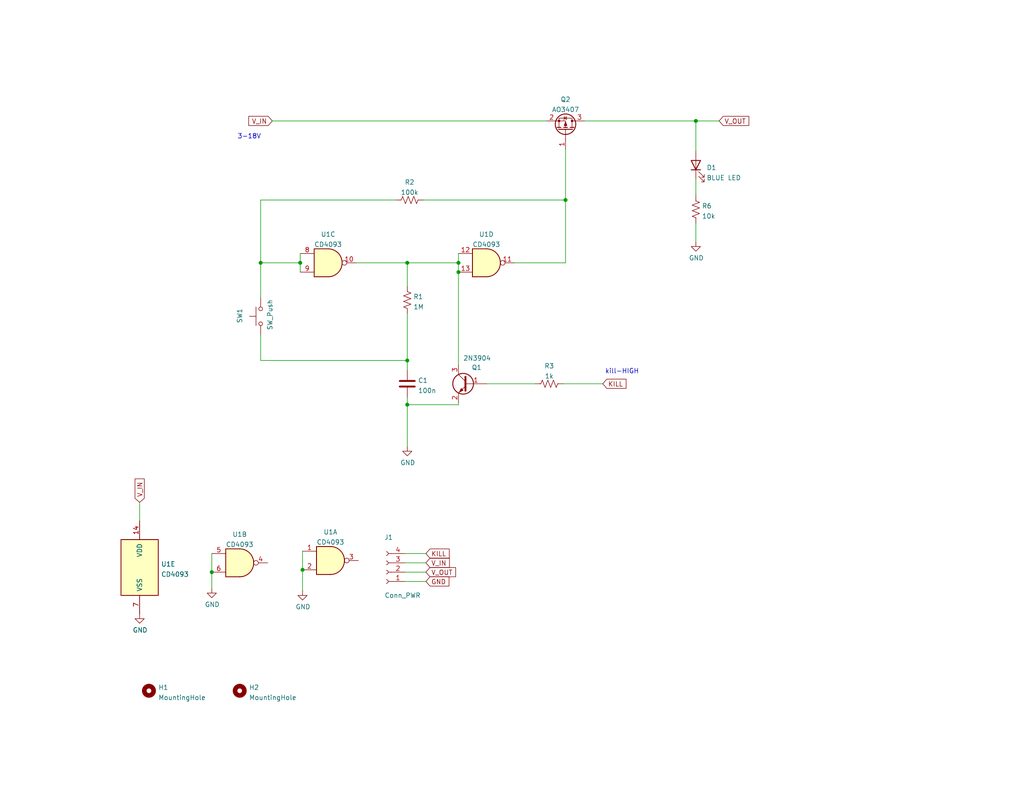
<source format=kicad_sch>
(kicad_sch (version 20211123) (generator eeschema)
  (paper "USLetter")
  (title_block (rev "1") (comment 1 "Designed for OSH Park 2 Layer Prototype"))
  (lib_symbols
    (symbol "4xxx:4011" (pin_names (offset 1.016))
      (property "Reference" "U" (at 0 1.27 0))
      (property "Value" "4011" (at 0 -1.27 0))
      (symbol "4011_1_1"
        (arc (start 0 -3.81) (mid 3.81 0) (end 0 3.81) (stroke (width 0.254)) (fill (type background)))
        (polyline (pts (xy 0 3.81) (xy -3.81 3.81) (xy -3.81 -3.81) (xy 0 -3.81)) (stroke (width 0.254)) (fill (type background)))
        (pin input line (at -7.62 2.54 0) (length 3.81) (name "~") (number "1"))
        (pin input line (at -7.62 -2.54 0) (length 3.81) (name "~") (number "2"))
        (pin output inverted (at 7.62 0 180) (length 3.81) (name "~") (number "3"))
      )
      (symbol "4011_1_2"
        (arc (start -3.81 -3.81) (mid -2.589 0) (end -3.81 3.81) (stroke (width 0.254)))
        (arc (start -0.6096 -3.81) (mid 2.1855 -2.584) (end 3.81 0) (stroke (width 0.254)) (fill (type background)))
        (polyline (pts (xy -3.81 -3.81) (xy -0.635 -3.81)) (stroke (width 0.254)) (fill (type background)))
        (polyline (pts (xy -3.81 3.81) (xy -0.635 3.81)) (stroke (width 0.254)) (fill (type background)))
        (polyline (pts (xy -0.635 3.81) (xy -3.81 3.81) (xy -3.81 3.81) (xy -3.556 3.4036) (xy -3.0226 2.2606) (xy -2.6924 1.0414) (xy -2.6162 -0.254) (xy -2.7686 -1.4986) (xy -3.175 -2.7178) (xy -3.81 -3.81) (xy -3.81 -3.81) (xy -0.635 -3.81)) (stroke (width -25.4)) (fill (type background)))
        (arc (start 3.81 0) (mid 2.1928 2.5925) (end -0.6096 3.81) (stroke (width 0.254)) (fill (type background)))
        (pin input inverted (at -7.62 2.54 0) (length 4.318) (name "~") (number "1"))
        (pin input inverted (at -7.62 -2.54 0) (length 4.318) (name "~") (number "2"))
        (pin output line (at 7.62 0 180) (length 3.81) (name "~") (number "3"))
      )
      (symbol "4011_2_1"
        (arc (start 0 -3.81) (mid 3.81 0) (end 0 3.81) (stroke (width 0.254)) (fill (type background)))
        (polyline (pts (xy 0 3.81) (xy -3.81 3.81) (xy -3.81 -3.81) (xy 0 -3.81)) (stroke (width 0.254)) (fill (type background)))
        (pin output inverted (at 7.62 0 180) (length 3.81) (name "~") (number "4"))
        (pin input line (at -7.62 2.54 0) (length 3.81) (name "~") (number "5"))
        (pin input line (at -7.62 -2.54 0) (length 3.81) (name "~") (number "6"))
      )
      (symbol "4011_2_2"
        (arc (start -3.81 -3.81) (mid -2.589 0) (end -3.81 3.81) (stroke (width 0.254)))
        (arc (start -0.6096 -3.81) (mid 2.1855 -2.584) (end 3.81 0) (stroke (width 0.254)) (fill (type background)))
        (polyline (pts (xy -3.81 -3.81) (xy -0.635 -3.81)) (stroke (width 0.254)) (fill (type background)))
        (polyline (pts (xy -3.81 3.81) (xy -0.635 3.81)) (stroke (width 0.254)) (fill (type background)))
        (polyline (pts (xy -0.635 3.81) (xy -3.81 3.81) (xy -3.81 3.81) (xy -3.556 3.4036) (xy -3.0226 2.2606) (xy -2.6924 1.0414) (xy -2.6162 -0.254) (xy -2.7686 -1.4986) (xy -3.175 -2.7178) (xy -3.81 -3.81) (xy -3.81 -3.81) (xy -0.635 -3.81)) (stroke (width -25.4)) (fill (type background)))
        (arc (start 3.81 0) (mid 2.1928 2.5925) (end -0.6096 3.81) (stroke (width 0.254)) (fill (type background)))
        (pin output line (at 7.62 0 180) (length 3.81) (name "~") (number "4"))
        (pin input inverted (at -7.62 2.54 0) (length 4.318) (name "~") (number "5"))
        (pin input inverted (at -7.62 -2.54 0) (length 4.318) (name "~") (number "6"))
      )
      (symbol "4011_3_1"
        (arc (start 0 -3.81) (mid 3.81 0) (end 0 3.81) (stroke (width 0.254)) (fill (type background)))
        (polyline (pts (xy 0 3.81) (xy -3.81 3.81) (xy -3.81 -3.81) (xy 0 -3.81)) (stroke (width 0.254)) (fill (type background)))
        (pin output inverted (at 7.62 0 180) (length 3.81) (name "~") (number "10"))
        (pin input line (at -7.62 2.54 0) (length 3.81) (name "~") (number "8"))
        (pin input line (at -7.62 -2.54 0) (length 3.81) (name "~") (number "9"))
      )
      (symbol "4011_3_2"
        (arc (start -3.81 -3.81) (mid -2.589 0) (end -3.81 3.81) (stroke (width 0.254)))
        (arc (start -0.6096 -3.81) (mid 2.1855 -2.584) (end 3.81 0) (stroke (width 0.254)) (fill (type background)))
        (polyline (pts (xy -3.81 -3.81) (xy -0.635 -3.81)) (stroke (width 0.254)) (fill (type background)))
        (polyline (pts (xy -3.81 3.81) (xy -0.635 3.81)) (stroke (width 0.254)) (fill (type background)))
        (polyline (pts (xy -0.635 3.81) (xy -3.81 3.81) (xy -3.81 3.81) (xy -3.556 3.4036) (xy -3.0226 2.2606) (xy -2.6924 1.0414) (xy -2.6162 -0.254) (xy -2.7686 -1.4986) (xy -3.175 -2.7178) (xy -3.81 -3.81) (xy -3.81 -3.81) (xy -0.635 -3.81)) (stroke (width -25.4)) (fill (type background)))
        (arc (start 3.81 0) (mid 2.1928 2.5925) (end -0.6096 3.81) (stroke (width 0.254)) (fill (type background)))
        (pin output line (at 7.62 0 180) (length 3.81) (name "~") (number "10"))
        (pin input inverted (at -7.62 2.54 0) (length 4.318) (name "~") (number "8"))
        (pin input inverted (at -7.62 -2.54 0) (length 4.318) (name "~") (number "9"))
      )
      (symbol "4011_4_1"
        (arc (start 0 -3.81) (mid 3.81 0) (end 0 3.81) (stroke (width 0.254)) (fill (type background)))
        (polyline (pts (xy 0 3.81) (xy -3.81 3.81) (xy -3.81 -3.81) (xy 0 -3.81)) (stroke (width 0.254)) (fill (type background)))
        (pin output inverted (at 7.62 0 180) (length 3.81) (name "~") (number "11"))
        (pin input line (at -7.62 2.54 0) (length 3.81) (name "~") (number "12"))
        (pin input line (at -7.62 -2.54 0) (length 3.81) (name "~") (number "13"))
      )
      (symbol "4011_4_2"
        (arc (start -3.81 -3.81) (mid -2.589 0) (end -3.81 3.81) (stroke (width 0.254)))
        (arc (start -0.6096 -3.81) (mid 2.1855 -2.584) (end 3.81 0) (stroke (width 0.254)) (fill (type background)))
        (polyline (pts (xy -3.81 -3.81) (xy -0.635 -3.81)) (stroke (width 0.254)) (fill (type background)))
        (polyline (pts (xy -3.81 3.81) (xy -0.635 3.81)) (stroke (width 0.254)) (fill (type background)))
        (polyline (pts (xy -0.635 3.81) (xy -3.81 3.81) (xy -3.81 3.81) (xy -3.556 3.4036) (xy -3.0226 2.2606) (xy -2.6924 1.0414) (xy -2.6162 -0.254) (xy -2.7686 -1.4986) (xy -3.175 -2.7178) (xy -3.81 -3.81) (xy -3.81 -3.81) (xy -0.635 -3.81)) (stroke (width -25.4)) (fill (type background)))
        (arc (start 3.81 0) (mid 2.1928 2.5925) (end -0.6096 3.81) (stroke (width 0.254)) (fill (type background)))
        (pin output line (at 7.62 0 180) (length 3.81) (name "~") (number "11"))
        (pin input inverted (at -7.62 2.54 0) (length 4.318) (name "~") (number "12"))
        (pin input inverted (at -7.62 -2.54 0) (length 4.318) (name "~") (number "13"))
      )
      (symbol "4011_5_0"
        (pin power_in line (at 0 12.7 270) (length 5.08) (name "VDD") (number "14"))
        (pin power_in line (at 0 -12.7 90) (length 5.08) (name "VSS") (number "7"))
      )
      (symbol "4011_5_1"
        (rectangle (start -5.08 7.62) (end 5.08 -7.62) (stroke (width 0.254)) (fill (type background)))
      )
    )
    (symbol "Connector:Conn_01x04_Female" (pin_names (offset 1.016) hide)
      (property "Reference" "J" (at 0 5.08 0))
      (property "Value" "Conn_01x04_Female" (at 0 -7.62 0))
      (symbol "Conn_01x04_Female_1_1"
        (arc (start 0 -4.572) (mid -0.508 -5.08) (end 0 -5.588) (stroke (width 0.1524)))
        (arc (start 0 -2.032) (mid -0.508 -2.54) (end 0 -3.048) (stroke (width 0.1524)))
        (polyline (pts (xy -1.27 -5.08) (xy -0.508 -5.08)) (stroke (width 0.1524)))
        (polyline (pts (xy -1.27 -2.54) (xy -0.508 -2.54)) (stroke (width 0.1524)))
        (polyline (pts (xy -1.27 0) (xy -0.508 0)) (stroke (width 0.1524)))
        (polyline (pts (xy -1.27 2.54) (xy -0.508 2.54)) (stroke (width 0.1524)))
        (arc (start 0 0.508) (mid -0.508 0) (end 0 -0.508) (stroke (width 0.1524)))
        (arc (start 0 3.048) (mid -0.508 2.54) (end 0 2.032) (stroke (width 0.1524)))
        (pin passive line (at -5.08 2.54 0) (length 3.81) (name "Pin_1") (number "1"))
        (pin passive line (at -5.08 0 0) (length 3.81) (name "Pin_2") (number "2"))
        (pin passive line (at -5.08 -2.54 0) (length 3.81) (name "Pin_3") (number "3"))
        (pin passive line (at -5.08 -5.08 0) (length 3.81) (name "Pin_4") (number "4"))
      )
    )
    (symbol "Device:C" (pin_numbers hide) (pin_names (offset 0.254))
      (property "Reference" "C" (at 0.635 2.54 0))
      (property "Value" "C" (at 0.635 -2.54 0))
      (symbol "C_0_1"
        (polyline (pts (xy -2.032 -0.762) (xy 2.032 -0.762)) (stroke (width 0.508)))
        (polyline (pts (xy -2.032 0.762) (xy 2.032 0.762)) (stroke (width 0.508)))
      )
      (symbol "C_1_1"
        (pin passive line (at 0 3.81 270) (length 2.794) (name "~") (number "1"))
        (pin passive line (at 0 -3.81 90) (length 2.794) (name "~") (number "2"))
      )
    )
    (symbol "Device:LED" (pin_numbers hide) (pin_names (offset 1.016) hide)
      (property "Reference" "D" (at 0 2.54 0))
      (property "Value" "LED" (at 0 -2.54 0))
      (symbol "LED_0_1"
        (polyline (pts (xy -1.27 -1.27) (xy -1.27 1.27)) (stroke (width 0.254)))
        (polyline (pts (xy -1.27 0) (xy 1.27 0)))
        (polyline (pts (xy 1.27 -1.27) (xy 1.27 1.27) (xy -1.27 0) (xy 1.27 -1.27)) (stroke (width 0.254)))
        (polyline (pts (xy -3.048 -0.762) (xy -4.572 -2.286) (xy -3.81 -2.286) (xy -4.572 -2.286) (xy -4.572 -1.524)))
        (polyline (pts (xy -1.778 -0.762) (xy -3.302 -2.286) (xy -2.54 -2.286) (xy -3.302 -2.286) (xy -3.302 -1.524)))
      )
      (symbol "LED_1_1"
        (pin passive line (at -3.81 0 0) (length 2.54) (name "K") (number "1"))
        (pin passive line (at 3.81 0 180) (length 2.54) (name "A") (number "2"))
      )
    )
    (symbol "Device:Q_NPN_BEC" (pin_names (offset 0) hide)
      (property "Reference" "Q" (at 5.08 1.27 0))
      (property "Value" "Q_NPN_BEC" (at 5.08 -1.27 0))
      (symbol "Q_NPN_BEC_0_1"
        (polyline (pts (xy 0.635 0.635) (xy 2.54 2.54)))
        (polyline (pts (xy 0.635 -0.635) (xy 2.54 -2.54) (xy 2.54 -2.54)))
        (polyline (pts (xy 0.635 1.905) (xy 0.635 -1.905) (xy 0.635 -1.905)) (stroke (width 0.508)))
        (polyline (pts (xy 1.27 -1.778) (xy 1.778 -1.27) (xy 2.286 -2.286) (xy 1.27 -1.778) (xy 1.27 -1.778)) (fill (type outline)))
        (circle (center 1.27 0) (radius 2.8194) (stroke (width 0.254)))
      )
      (symbol "Q_NPN_BEC_1_1"
        (pin input line (at -5.08 0 0) (length 5.715) (name "B") (number "1"))
        (pin passive line (at 2.54 -5.08 90) (length 2.54) (name "E") (number "2"))
        (pin passive line (at 2.54 5.08 270) (length 2.54) (name "C") (number "3"))
      )
    )
    (symbol "Device:R_US" (pin_numbers hide) (pin_names (offset 0))
      (property "Reference" "R" (at 2.54 0 90))
      (property "Value" "R_US" (at -2.54 0 90))
      (symbol "R_US_0_1"
        (polyline (pts (xy 0 -2.286) (xy 0 -2.54)))
        (polyline (pts (xy 0 2.286) (xy 0 2.54)))
        (polyline (pts (xy 0 -0.762) (xy 1.016 -1.143) (xy 0 -1.524) (xy -1.016 -1.905) (xy 0 -2.286)))
        (polyline (pts (xy 0 0.762) (xy 1.016 0.381) (xy 0 0) (xy -1.016 -0.381) (xy 0 -0.762)))
        (polyline (pts (xy 0 2.286) (xy 1.016 1.905) (xy 0 1.524) (xy -1.016 1.143) (xy 0 0.762)))
      )
      (symbol "R_US_1_1"
        (pin passive line (at 0 3.81 270) (length 1.27) (name "~") (number "1"))
        (pin passive line (at 0 -3.81 90) (length 1.27) (name "~") (number "2"))
      )
    )
    (symbol "Mechanical:MountingHole" (pin_names (offset 1.016))
      (property "Reference" "H" (at 0 5.08 0))
      (property "Value" "MountingHole" (at 0 3.175 0))
      (symbol "MountingHole_0_1"
        (circle (center 0 0) (radius 1.27) (stroke (width 1.27)))
      )
    )
    (symbol "Switch:SW_Push" (pin_numbers hide) (pin_names (offset 1.016) hide)
      (property "Reference" "SW" (at 1.27 2.54 0))
      (property "Value" "SW_Push" (at 0 -1.524 0))
      (symbol "SW_Push_0_1"
        (circle (center -2.032 0) (radius 0.508))
        (polyline (pts (xy 0 1.27) (xy 0 3.048)))
        (polyline (pts (xy 2.54 1.27) (xy -2.54 1.27)))
        (circle (center 2.032 0) (radius 0.508))
        (pin passive line (at -5.08 0 0) (length 2.54) (name "1") (number "1"))
        (pin passive line (at 5.08 0 180) (length 2.54) (name "2") (number "2"))
      )
    )
    (symbol "Transistor_FET:AO3407" (pin_names hide)
      (property "Reference" "Q" (at 5.08 1.905 0))
      (property "Value" "AO3407" (at 5.08 0 0))
      (symbol "AO3407_0_1"
        (polyline (pts (xy 0.254 0) (xy -2.54 0)))
        (polyline (pts (xy 0.254 1.905) (xy 0.254 -1.905)) (stroke (width 0.254)))
        (polyline (pts (xy 0.762 -1.27) (xy 0.762 -2.286)) (stroke (width 0.254)))
        (polyline (pts (xy 0.762 0.508) (xy 0.762 -0.508)) (stroke (width 0.254)))
        (polyline (pts (xy 0.762 2.286) (xy 0.762 1.27)) (stroke (width 0.254)))
        (polyline (pts (xy 2.54 2.54) (xy 2.54 1.778)))
        (polyline (pts (xy 2.54 -2.54) (xy 2.54 0) (xy 0.762 0)))
        (polyline (pts (xy 0.762 1.778) (xy 3.302 1.778) (xy 3.302 -1.778) (xy 0.762 -1.778)))
        (polyline (pts (xy 2.286 0) (xy 1.27 0.381) (xy 1.27 -0.381) (xy 2.286 0)) (fill (type outline)))
        (polyline (pts (xy 2.794 -0.508) (xy 2.921 -0.381) (xy 3.683 -0.381) (xy 3.81 -0.254)))
        (polyline (pts (xy 3.302 -0.381) (xy 2.921 0.254) (xy 3.683 0.254) (xy 3.302 -0.381)))
        (circle (center 1.651 0) (radius 2.794) (stroke (width 0.254)))
        (circle (center 2.54 -1.778) (radius 0.254) (fill (type outline)))
        (circle (center 2.54 1.778) (radius 0.254) (fill (type outline)))
      )
      (symbol "AO3407_1_1"
        (pin input line (at -5.08 0 0) (length 2.54) (name "G") (number "1"))
        (pin passive line (at 2.54 -5.08 90) (length 2.54) (name "S") (number "2"))
        (pin passive line (at 2.54 5.08 270) (length 2.54) (name "D") (number "3"))
      )
    )
    (symbol "power:GND" (power) (pin_names (offset 0))
      (property "Value" "GND" (at 0 -3.81 0))
      (symbol "GND_0_1"
        (polyline (pts (xy 0 0) (xy 0 -1.27) (xy 1.27 -1.27) (xy 0 -2.54) (xy -1.27 -1.27) (xy 0 -1.27)))
      )
      (symbol "GND_1_1"
        (pin power_in line (at 0 0 270) (length 0) hide (name "GND") (number "1"))
      )
    )
  )
  (junction (at 81.915 71.755))
  (junction (at 57.785 156.21))
  (junction (at 82.55 155.575))
  (junction (at 111.125 71.755))
  (junction (at 154.305 54.61))
  (junction (at 125.095 71.755))
  (junction (at 111.125 110.49))
  (junction (at 189.865 33.02))
  (junction (at 71.12 71.755))
  (junction (at 111.125 98.425))
  (junction (at 125.095 74.295))
  (wire (pts (xy 111.125 85.725) (xy 111.125 98.425)))
  (wire (pts (xy 81.915 69.215) (xy 81.915 71.755)))
  (wire (pts (xy 57.785 151.13) (xy 57.785 156.21)))
  (wire (pts (xy 81.915 71.755) (xy 81.915 74.295)))
  (wire (pts (xy 125.095 74.295) (xy 125.095 99.695)))
  (wire (pts (xy 82.55 150.495) (xy 82.55 155.575)))
  (wire (pts (xy 71.12 54.61) (xy 71.12 71.755)))
  (wire (pts (xy 71.12 81.28) (xy 71.12 71.755)))
  (wire (pts (xy 132.715 104.775) (xy 146.05 104.775)))
  (wire (pts (xy 38.1 137.16) (xy 38.1 142.24)))
  (wire (pts (xy 71.12 98.425) (xy 71.12 91.44)))
  (wire (pts (xy 154.305 54.61) (xy 154.305 71.755)))
  (wire (pts (xy 111.125 98.425) (xy 71.12 98.425)))
  (wire (pts (xy 82.55 155.575) (xy 82.55 161.29)))
  (wire (pts (xy 116.205 151.13) (xy 110.49 151.13)))
  (wire (pts (xy 116.205 156.21) (xy 110.49 156.21)))
  (wire (pts (xy 111.125 110.49) (xy 111.125 121.92)))
  (wire (pts (xy 125.095 109.855) (xy 125.095 110.49)))
  (wire (pts (xy 140.335 71.755) (xy 154.305 71.755)))
  (wire (pts (xy 159.385 33.02) (xy 189.865 33.02)))
  (wire (pts (xy 97.155 71.755) (xy 111.125 71.755)))
  (wire (pts (xy 189.865 60.96) (xy 189.865 66.04)))
  (wire (pts (xy 111.125 110.49) (xy 111.125 108.585)))
  (wire (pts (xy 116.205 153.67) (xy 110.49 153.67)))
  (wire (pts (xy 153.67 104.775) (xy 164.465 104.775)))
  (wire (pts (xy 125.095 71.755) (xy 125.095 74.295)))
  (wire (pts (xy 111.125 71.755) (xy 111.125 78.105)))
  (wire (pts (xy 125.095 110.49) (xy 111.125 110.49)))
  (wire (pts (xy 57.785 156.21) (xy 57.785 160.655)))
  (wire (pts (xy 189.865 41.275) (xy 189.865 33.02)))
  (wire (pts (xy 116.205 158.75) (xy 110.49 158.75)))
  (wire (pts (xy 107.95 54.61) (xy 71.12 54.61)))
  (wire (pts (xy 189.865 53.34) (xy 189.865 48.895)))
  (wire (pts (xy 71.12 71.755) (xy 81.915 71.755)))
  (wire (pts (xy 154.305 40.64) (xy 154.305 54.61)))
  (wire (pts (xy 111.125 98.425) (xy 111.125 100.965)))
  (wire (pts (xy 111.125 71.755) (xy 125.095 71.755)))
  (wire (pts (xy 125.095 69.215) (xy 125.095 71.755)))
  (wire (pts (xy 189.865 33.02) (xy 196.215 33.02)))
  (wire (pts (xy 74.295 33.02) (xy 149.225 33.02)))
  (wire (pts (xy 154.305 54.61) (xy 115.57 54.61)))
  (text "kill-HIGH" (at 165.1 102.235 0) (effects (font (size 1.27 1.27)) (justify left bottom)))
  (text "3-18V" (at 64.77 38.1 0) (effects (font (size 1.27 1.27)) (justify left bottom)))
  (global_label "V_OUT" (shape input) (at 116.205 156.21 0) (property "Intersheet References" "${INTERSHEET_REFS}" (effects hide)))
  (global_label "KILL" (shape input) (at 164.465 104.775 0) (property "Intersheet References" "${INTERSHEET_REFS}" (effects hide)))
  (global_label "GND" (shape input) (at 116.205 158.75 0) (property "Intersheet References" "${INTERSHEET_REFS}" (effects hide)))
  (global_label "V_IN" (shape input) (at 38.1 137.16 90) (property "Intersheet References" "${INTERSHEET_REFS}" (effects hide)))
  (global_label "V_IN" (shape input) (at 116.205 153.67 0) (property "Intersheet References" "${INTERSHEET_REFS}" (effects hide)))
  (global_label "V_OUT" (shape input) (at 196.215 33.02 0) (property "Intersheet References" "${INTERSHEET_REFS}" (effects hide)))
  (global_label "V_IN" (shape input) (at 74.295 33.02 180) (property "Intersheet References" "${INTERSHEET_REFS}" (effects hide)))
  (global_label "KILL" (shape input) (at 116.205 151.13 0) (property "Intersheet References" "${INTERSHEET_REFS}" (effects hide)))
  (symbol (lib_id "power:GND") (at 82.55 161.29 0) (unit 1)
    (property "Reference" "#PWR02" (effects hide))
    (property "Value" "GND" (at 82.677 165.6842 0))
  )
  (symbol (lib_id "Switch:SW_Push") (at 71.12 86.36 90) (unit 1)
    (property "Reference" "SW1" (at 65.405 88.265 0) (effects (justify left)))
    (property "Value" "SW_Push" (at 73.66 90.17 0) (effects (justify left)))
    (property "Footprint" "Button_Switch_THT:SW_PUSH_6mm" (effects hide))
  )
  (symbol (lib_id "Device:Q_NPN_BEC") (at 127.635 104.775 0) (mirror y) (unit 1)
    (property "Reference" "Q1" (at 131.445 100.33 0) (effects (justify left)))
    (property "Value" "2N3904" (at 133.985 97.79 0) (effects (justify left)))
    (property "Footprint" "Package_TO_SOT_SMD:SOT-23" (effects hide))
  )
  (symbol (lib_id "4xxx:4011") (at 89.535 71.755 0) (unit 3)
    (property "Reference" "U1" (at 89.535 63.9785 0))
    (property "Value" "CD4093" (at 89.535 66.7536 0))
    (property "Footprint" "Package_SO:SOIC-14_3.9x8.7mm_P1.27mm" (effects hide))
    (property "Datasheet" "https://www.ti.com/lit/ds/symlink/cd4093b.pdf" (effects hide))
  )
  (symbol (lib_id "Device:R_US") (at 111.125 81.915 180) (unit 1)
    (property "Reference" "R1" (at 112.776 81.0065 0) (effects (justify right)))
    (property "Value" "1M" (at 112.776 83.7816 0) (effects (justify right)))
    (property "Footprint" "Resistor_SMD:R_0805_2012Metric_Pad1.20x1.40mm_HandSolder" (effects hide))
  )
  (symbol (lib_id "4xxx:4011") (at 38.1 154.94 0) (unit 5)
    (property "Reference" "U1" (at 43.942 154.0315 0) (effects (justify left)))
    (property "Value" "CD4093" (at 43.942 156.8066 0) (effects (justify left)))
    (property "Footprint" "Package_SO:SOIC-14_3.9x8.7mm_P1.27mm" (effects hide))
    (property "Datasheet" "https://www.ti.com/lit/ds/symlink/cd4093b.pdf" (effects hide))
  )
  (symbol (lib_id "4xxx:4011") (at 132.715 71.755 0) (unit 4)
    (property "Reference" "U1" (at 132.715 63.9785 0))
    (property "Value" "CD4093" (at 132.715 66.7536 0))
    (property "Footprint" "Package_SO:SOIC-14_3.9x8.7mm_P1.27mm" (effects hide))
    (property "Datasheet" "https://www.ti.com/lit/ds/symlink/cd4093b.pdf" (effects hide))
  )
  (symbol (lib_id "power:GND") (at 38.1 167.64 0) (unit 1)
    (property "Reference" "#PWR03" (effects hide))
    (property "Value" "GND" (at 38.227 172.0342 0))
  )
  (symbol (lib_id "power:GND") (at 189.865 66.04 0) (unit 1)
    (property "Reference" "#PWR06" (effects hide))
    (property "Value" "GND" (at 189.992 70.4342 0))
  )
  (symbol (lib_id "power:GND") (at 57.785 160.655 0) (unit 1)
    (property "Reference" "#PWR01" (effects hide))
    (property "Value" "GND" (at 57.912 165.0492 0))
  )
  (symbol (lib_id "Connector:Conn_01x04_Female") (at 105.41 156.21 180) (unit 1)
    (property "Reference" "J1" (at 106.045 146.7063 0))
    (property "Value" "Conn_PWR" (at 109.855 162.56 0))
    (property "Footprint" "Connector_PinHeader_2.54mm:PinHeader_1x04_P2.54mm_Vertical" (effects hide))
  )
  (symbol (lib_id "Device:R_US") (at 189.865 57.15 0) (unit 1)
    (property "Reference" "R6" (at 191.516 56.2415 0) (effects (justify left)))
    (property "Value" "10k" (at 191.516 59.0166 0) (effects (justify left)))
    (property "Footprint" "Resistor_SMD:R_0805_2012Metric_Pad1.20x1.40mm_HandSolder" (effects hide))
  )
  (symbol (lib_id "Device:R_US") (at 149.86 104.775 270) (unit 1)
    (property "Reference" "R3" (at 149.86 99.9195 90))
    (property "Value" "1k" (at 149.86 102.6946 90))
    (property "Footprint" "Resistor_SMD:R_0805_2012Metric_Pad1.20x1.40mm_HandSolder" (effects hide))
  )
  (symbol (lib_id "4xxx:4011") (at 90.17 153.035 0) (unit 1)
    (property "Reference" "U1" (at 90.17 145.2585 0))
    (property "Value" "CD4093" (at 90.17 148.0336 0))
    (property "Footprint" "Package_SO:SOIC-14_3.9x8.7mm_P1.27mm" (effects hide))
    (property "Datasheet" "https://www.ti.com/lit/ds/symlink/cd4093b.pdf" (effects hide))
  )
  (symbol (lib_id "Mechanical:MountingHole") (at 40.64 188.595 0) (unit 1)
    (property "Reference" "H1" (at 43.18 187.6865 0) (effects (justify left)))
    (property "Value" "MountingHole" (at 43.18 190.4616 0) (effects (justify left)))
    (property "Footprint" "MountingHole:MountingHole_2.7mm_M2.5" (effects hide))
  )
  (symbol (lib_id "Mechanical:MountingHole") (at 65.405 188.595 0) (unit 1)
    (property "Reference" "H2" (at 67.945 187.6865 0) (effects (justify left)))
    (property "Value" "MountingHole" (at 67.945 190.4616 0) (effects (justify left)))
    (property "Footprint" "MountingHole:MountingHole_2.7mm_M2.5" (effects hide))
  )
  (symbol (lib_id "power:GND") (at 111.125 121.92 0) (unit 1)
    (property "Reference" "#PWR04" (effects hide))
    (property "Value" "GND" (at 111.252 126.3142 0))
  )
  (symbol (lib_id "Device:R_US") (at 111.76 54.61 90) (unit 1)
    (property "Reference" "R2" (at 111.76 49.7545 90))
    (property "Value" "100k" (at 111.76 52.5296 90))
    (property "Footprint" "Resistor_SMD:R_0805_2012Metric_Pad1.20x1.40mm_HandSolder" (effects hide))
  )
  (symbol (lib_id "Device:C") (at 111.125 104.775 0) (unit 1)
    (property "Reference" "C1" (at 114.046 103.8665 0) (effects (justify left)))
    (property "Value" "100n" (at 114.046 106.6416 0) (effects (justify left)))
    (property "Footprint" "Capacitor_SMD:C_1206_3216Metric" (effects hide))
  )
  (symbol (lib_id "Transistor_FET:AO3407") (at 154.305 35.56 270) (mirror x) (unit 1)
    (property "Reference" "Q2" (at 154.305 27.1485 90))
    (property "Value" "AO3407" (at 154.305 29.9236 90))
    (property "Footprint" "Package_TO_SOT_SMD:SOT-23" (effects hide))
    (property "Datasheet" "http://www.aosmd.com/pdfs/datasheet/ao3407.pdf" (effects hide))
  )
  (symbol (lib_id "Device:LED") (at 189.865 45.085 90) (unit 1)
    (property "Reference" "D1" (at 192.786 45.764 90) (effects (justify right)))
    (property "Value" "BLUE LED" (at 192.786 48.5391 90) (effects (justify right)))
    (property "Footprint" "LED_SMD:LED_0805_2012Metric_Pad1.15x1.40mm_HandSolder" (effects hide))
  )
  (symbol (lib_id "4xxx:4011") (at 65.405 153.67 0) (unit 2)
    (property "Reference" "U1" (at 65.405 145.8935 0))
    (property "Value" "CD4093" (at 65.405 148.6686 0))
    (property "Footprint" "Package_SO:SOIC-14_3.9x8.7mm_P1.27mm" (effects hide))
    (property "Datasheet" "https://www.ti.com/lit/ds/symlink/cd4093b.pdf" (effects hide))
  )
)
</source>
